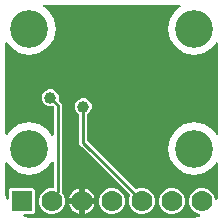
<source format=gbr>
G04 EAGLE Gerber RS-274X export*
G75*
%MOMM*%
%FSLAX34Y34*%
%LPD*%
%INBottom Copper*%
%IPPOS*%
%AMOC8*
5,1,8,0,0,1.08239X$1,22.5*%
G01*
%ADD10C,3.200000*%
%ADD11R,1.778000X1.778000*%
%ADD12C,1.778000*%
%ADD13C,1.008000*%
%ADD14C,0.254000*%
%ADD15C,0.914400*%

G36*
X148866Y-129283D02*
X148866Y-129283D01*
X148944Y-129281D01*
X151924Y-129047D01*
X151991Y-129033D01*
X152060Y-129029D01*
X152216Y-128989D01*
X153116Y-128696D01*
X153143Y-128684D01*
X153172Y-128677D01*
X153287Y-128616D01*
X153404Y-128561D01*
X153427Y-128542D01*
X153453Y-128528D01*
X153549Y-128441D01*
X153649Y-128358D01*
X153666Y-128334D01*
X153688Y-128314D01*
X153760Y-128206D01*
X153836Y-128101D01*
X153847Y-128073D01*
X153863Y-128048D01*
X153905Y-127925D01*
X153953Y-127805D01*
X153957Y-127776D01*
X153966Y-127748D01*
X153977Y-127618D01*
X153993Y-127490D01*
X153989Y-127460D01*
X153992Y-127431D01*
X153969Y-127303D01*
X153953Y-127174D01*
X153942Y-127147D01*
X153937Y-127117D01*
X153884Y-126999D01*
X153836Y-126879D01*
X153819Y-126854D01*
X153807Y-126827D01*
X153726Y-126726D01*
X153650Y-126621D01*
X153627Y-126602D01*
X153608Y-126579D01*
X153505Y-126501D01*
X153405Y-126418D01*
X153378Y-126405D01*
X153354Y-126388D01*
X153209Y-126317D01*
X149007Y-124576D01*
X145934Y-121503D01*
X144271Y-117489D01*
X144271Y-113143D01*
X145934Y-109129D01*
X149007Y-106056D01*
X153021Y-104393D01*
X157367Y-104393D01*
X161381Y-106056D01*
X164454Y-109129D01*
X166195Y-113331D01*
X166209Y-113357D01*
X166219Y-113386D01*
X166288Y-113495D01*
X166352Y-113608D01*
X166373Y-113629D01*
X166389Y-113654D01*
X166483Y-113743D01*
X166573Y-113836D01*
X166599Y-113852D01*
X166621Y-113872D01*
X166734Y-113935D01*
X166845Y-114002D01*
X166873Y-114011D01*
X166899Y-114025D01*
X167025Y-114058D01*
X167148Y-114096D01*
X167178Y-114097D01*
X167207Y-114105D01*
X167337Y-114105D01*
X167466Y-114111D01*
X167495Y-114105D01*
X167525Y-114105D01*
X167651Y-114073D01*
X167778Y-114047D01*
X167804Y-114034D01*
X167833Y-114026D01*
X167947Y-113964D01*
X168063Y-113907D01*
X168086Y-113888D01*
X168112Y-113873D01*
X168207Y-113785D01*
X168305Y-113701D01*
X168322Y-113676D01*
X168344Y-113656D01*
X168414Y-113547D01*
X168488Y-113441D01*
X168499Y-113413D01*
X168515Y-113387D01*
X168574Y-113238D01*
X168867Y-112338D01*
X168880Y-112271D01*
X168902Y-112205D01*
X168925Y-112046D01*
X169159Y-109066D01*
X169159Y-109061D01*
X169160Y-109058D01*
X169159Y-109039D01*
X169163Y-108966D01*
X169163Y-83775D01*
X169150Y-83671D01*
X169146Y-83567D01*
X169130Y-83514D01*
X169123Y-83459D01*
X169085Y-83362D01*
X169055Y-83262D01*
X169027Y-83215D01*
X169006Y-83163D01*
X168945Y-83079D01*
X168891Y-82989D01*
X168852Y-82951D01*
X168820Y-82906D01*
X168739Y-82839D01*
X168665Y-82766D01*
X168617Y-82738D01*
X168575Y-82703D01*
X168480Y-82659D01*
X168390Y-82606D01*
X168337Y-82591D01*
X168287Y-82568D01*
X168184Y-82548D01*
X168084Y-82520D01*
X168029Y-82518D01*
X167975Y-82508D01*
X167870Y-82514D01*
X167766Y-82512D01*
X167712Y-82524D01*
X167657Y-82528D01*
X167558Y-82560D01*
X167456Y-82583D01*
X167407Y-82609D01*
X167355Y-82626D01*
X167266Y-82682D01*
X167174Y-82730D01*
X167133Y-82766D01*
X167086Y-82796D01*
X167014Y-82872D01*
X166936Y-82942D01*
X166883Y-83012D01*
X166868Y-83027D01*
X166861Y-83041D01*
X166839Y-83069D01*
X164519Y-86541D01*
X157327Y-91346D01*
X148844Y-93034D01*
X140361Y-91346D01*
X133169Y-86541D01*
X128364Y-79349D01*
X126676Y-70866D01*
X128364Y-62383D01*
X133169Y-55191D01*
X140361Y-50386D01*
X148844Y-48698D01*
X157327Y-50386D01*
X164519Y-55191D01*
X166839Y-58663D01*
X166907Y-58741D01*
X166968Y-58826D01*
X167011Y-58861D01*
X167047Y-58903D01*
X167133Y-58962D01*
X167213Y-59029D01*
X167263Y-59052D01*
X167309Y-59084D01*
X167407Y-59120D01*
X167501Y-59164D01*
X167555Y-59175D01*
X167607Y-59194D01*
X167711Y-59204D01*
X167814Y-59224D01*
X167869Y-59221D01*
X167923Y-59226D01*
X168027Y-59211D01*
X168131Y-59204D01*
X168183Y-59187D01*
X168238Y-59179D01*
X168334Y-59138D01*
X168433Y-59106D01*
X168480Y-59077D01*
X168531Y-59055D01*
X168614Y-58992D01*
X168702Y-58936D01*
X168740Y-58896D01*
X168784Y-58863D01*
X168849Y-58781D01*
X168920Y-58705D01*
X168947Y-58656D01*
X168981Y-58613D01*
X169023Y-58517D01*
X169074Y-58426D01*
X169087Y-58373D01*
X169110Y-58322D01*
X169127Y-58219D01*
X169153Y-58118D01*
X169159Y-58030D01*
X169162Y-58009D01*
X169161Y-57994D01*
X169163Y-57957D01*
X169163Y17825D01*
X169150Y17929D01*
X169146Y18033D01*
X169130Y18086D01*
X169123Y18141D01*
X169085Y18238D01*
X169055Y18338D01*
X169027Y18385D01*
X169006Y18437D01*
X168945Y18521D01*
X168891Y18611D01*
X168852Y18649D01*
X168820Y18694D01*
X168739Y18761D01*
X168665Y18834D01*
X168617Y18862D01*
X168575Y18897D01*
X168480Y18941D01*
X168390Y18994D01*
X168337Y19009D01*
X168287Y19032D01*
X168184Y19052D01*
X168084Y19080D01*
X168029Y19082D01*
X167975Y19092D01*
X167870Y19086D01*
X167766Y19088D01*
X167712Y19076D01*
X167657Y19072D01*
X167558Y19040D01*
X167456Y19017D01*
X167407Y18991D01*
X167355Y18974D01*
X167266Y18918D01*
X167174Y18870D01*
X167133Y18834D01*
X167086Y18804D01*
X167014Y18728D01*
X166936Y18658D01*
X166883Y18588D01*
X166868Y18573D01*
X166861Y18559D01*
X166839Y18531D01*
X164519Y15059D01*
X157327Y10254D01*
X148844Y8566D01*
X140361Y10254D01*
X133169Y15059D01*
X128364Y22251D01*
X126676Y30734D01*
X128364Y39217D01*
X133169Y46409D01*
X136641Y48729D01*
X136719Y48797D01*
X136804Y48858D01*
X136839Y48901D01*
X136881Y48937D01*
X136940Y49023D01*
X137007Y49103D01*
X137030Y49153D01*
X137062Y49199D01*
X137098Y49297D01*
X137142Y49391D01*
X137153Y49445D01*
X137172Y49497D01*
X137182Y49601D01*
X137202Y49704D01*
X137199Y49759D01*
X137204Y49813D01*
X137189Y49917D01*
X137182Y50021D01*
X137165Y50073D01*
X137157Y50128D01*
X137116Y50224D01*
X137084Y50323D01*
X137055Y50370D01*
X137033Y50421D01*
X136970Y50504D01*
X136914Y50592D01*
X136874Y50630D01*
X136841Y50674D01*
X136758Y50739D01*
X136682Y50810D01*
X136634Y50837D01*
X136591Y50871D01*
X136495Y50913D01*
X136404Y50964D01*
X136351Y50977D01*
X136300Y51000D01*
X136197Y51017D01*
X136096Y51043D01*
X136008Y51049D01*
X135987Y51052D01*
X135972Y51051D01*
X135935Y51053D01*
X22053Y51053D01*
X21949Y51040D01*
X21845Y51036D01*
X21792Y51020D01*
X21737Y51013D01*
X21640Y50975D01*
X21540Y50945D01*
X21493Y50917D01*
X21441Y50896D01*
X21357Y50835D01*
X21267Y50781D01*
X21229Y50742D01*
X21184Y50710D01*
X21117Y50629D01*
X21044Y50555D01*
X21016Y50507D01*
X20981Y50465D01*
X20937Y50370D01*
X20884Y50280D01*
X20869Y50227D01*
X20846Y50177D01*
X20826Y50074D01*
X20798Y49974D01*
X20796Y49919D01*
X20786Y49865D01*
X20792Y49760D01*
X20790Y49656D01*
X20802Y49602D01*
X20806Y49547D01*
X20838Y49448D01*
X20861Y49346D01*
X20887Y49297D01*
X20904Y49245D01*
X20960Y49156D01*
X21008Y49064D01*
X21044Y49023D01*
X21074Y48976D01*
X21150Y48904D01*
X21220Y48826D01*
X21290Y48773D01*
X21305Y48758D01*
X21319Y48751D01*
X21347Y48729D01*
X24819Y46409D01*
X29624Y39217D01*
X31312Y30734D01*
X29624Y22251D01*
X24819Y15059D01*
X17627Y10254D01*
X9144Y8566D01*
X661Y10254D01*
X-6531Y15059D01*
X-8851Y18531D01*
X-8919Y18609D01*
X-8980Y18694D01*
X-9023Y18729D01*
X-9059Y18771D01*
X-9145Y18830D01*
X-9225Y18897D01*
X-9275Y18920D01*
X-9321Y18952D01*
X-9419Y18988D01*
X-9513Y19032D01*
X-9567Y19043D01*
X-9619Y19062D01*
X-9723Y19072D01*
X-9826Y19092D01*
X-9881Y19089D01*
X-9935Y19094D01*
X-10039Y19079D01*
X-10143Y19072D01*
X-10195Y19055D01*
X-10250Y19047D01*
X-10346Y19006D01*
X-10445Y18974D01*
X-10492Y18945D01*
X-10543Y18923D01*
X-10626Y18860D01*
X-10714Y18804D01*
X-10752Y18764D01*
X-10796Y18731D01*
X-10861Y18649D01*
X-10932Y18573D01*
X-10959Y18524D01*
X-10993Y18481D01*
X-11035Y18385D01*
X-11086Y18294D01*
X-11099Y18241D01*
X-11122Y18190D01*
X-11139Y18087D01*
X-11165Y17986D01*
X-11171Y17898D01*
X-11174Y17877D01*
X-11173Y17862D01*
X-11175Y17825D01*
X-11175Y-57957D01*
X-11162Y-58061D01*
X-11158Y-58165D01*
X-11142Y-58218D01*
X-11135Y-58273D01*
X-11097Y-58370D01*
X-11067Y-58470D01*
X-11039Y-58517D01*
X-11018Y-58569D01*
X-10957Y-58653D01*
X-10903Y-58743D01*
X-10864Y-58781D01*
X-10832Y-58826D01*
X-10751Y-58893D01*
X-10677Y-58966D01*
X-10629Y-58994D01*
X-10587Y-59029D01*
X-10492Y-59073D01*
X-10402Y-59126D01*
X-10349Y-59141D01*
X-10299Y-59164D01*
X-10196Y-59184D01*
X-10096Y-59212D01*
X-10041Y-59214D01*
X-9987Y-59224D01*
X-9882Y-59218D01*
X-9778Y-59220D01*
X-9724Y-59208D01*
X-9669Y-59204D01*
X-9570Y-59172D01*
X-9468Y-59149D01*
X-9419Y-59123D01*
X-9367Y-59106D01*
X-9278Y-59050D01*
X-9186Y-59002D01*
X-9145Y-58966D01*
X-9098Y-58936D01*
X-9026Y-58860D01*
X-8948Y-58790D01*
X-8895Y-58720D01*
X-8880Y-58705D01*
X-8873Y-58691D01*
X-8851Y-58663D01*
X-6531Y-55191D01*
X661Y-50386D01*
X9144Y-48698D01*
X17627Y-50386D01*
X24819Y-55191D01*
X27647Y-59423D01*
X27715Y-59502D01*
X27776Y-59586D01*
X27819Y-59621D01*
X27855Y-59663D01*
X27941Y-59722D01*
X28021Y-59789D01*
X28071Y-59813D01*
X28117Y-59844D01*
X28215Y-59880D01*
X28309Y-59925D01*
X28363Y-59935D01*
X28415Y-59954D01*
X28519Y-59965D01*
X28622Y-59984D01*
X28677Y-59981D01*
X28731Y-59987D01*
X28835Y-59971D01*
X28939Y-59965D01*
X28991Y-59948D01*
X29046Y-59939D01*
X29142Y-59899D01*
X29241Y-59867D01*
X29288Y-59837D01*
X29339Y-59816D01*
X29422Y-59752D01*
X29510Y-59696D01*
X29548Y-59656D01*
X29592Y-59623D01*
X29657Y-59541D01*
X29728Y-59465D01*
X29755Y-59417D01*
X29789Y-59373D01*
X29831Y-59278D01*
X29882Y-59186D01*
X29895Y-59133D01*
X29918Y-59083D01*
X29935Y-58979D01*
X29961Y-58878D01*
X29967Y-58790D01*
X29970Y-58769D01*
X29969Y-58754D01*
X29971Y-58718D01*
X29971Y-35979D01*
X29965Y-35929D01*
X29967Y-35880D01*
X29945Y-35772D01*
X29931Y-35663D01*
X29913Y-35617D01*
X29903Y-35568D01*
X29855Y-35470D01*
X29814Y-35368D01*
X29785Y-35327D01*
X29763Y-35283D01*
X29692Y-35199D01*
X29628Y-35110D01*
X29589Y-35078D01*
X29557Y-35041D01*
X29467Y-34977D01*
X29383Y-34907D01*
X29337Y-34886D01*
X29297Y-34858D01*
X29194Y-34819D01*
X29095Y-34772D01*
X29046Y-34763D01*
X28999Y-34745D01*
X28890Y-34733D01*
X28783Y-34712D01*
X28733Y-34715D01*
X28683Y-34710D01*
X28574Y-34725D01*
X28465Y-34732D01*
X28418Y-34747D01*
X28368Y-34754D01*
X28355Y-34759D01*
X25517Y-34759D01*
X22918Y-33682D01*
X20928Y-31692D01*
X19851Y-29093D01*
X19851Y-26279D01*
X20928Y-23680D01*
X22918Y-21690D01*
X25517Y-20613D01*
X28331Y-20613D01*
X30930Y-21690D01*
X32920Y-23680D01*
X33997Y-26279D01*
X33997Y-29121D01*
X33980Y-29194D01*
X33946Y-29320D01*
X33945Y-29349D01*
X33939Y-29378D01*
X33943Y-29508D01*
X33941Y-29638D01*
X33948Y-29666D01*
X33949Y-29696D01*
X33985Y-29820D01*
X34015Y-29947D01*
X34029Y-29973D01*
X34037Y-30001D01*
X34103Y-30113D01*
X34164Y-30228D01*
X34184Y-30250D01*
X34199Y-30275D01*
X34305Y-30396D01*
X36577Y-32668D01*
X36577Y-107726D01*
X36589Y-107824D01*
X36592Y-107923D01*
X36609Y-107981D01*
X36617Y-108041D01*
X36653Y-108133D01*
X36681Y-108229D01*
X36711Y-108281D01*
X36734Y-108337D01*
X36792Y-108417D01*
X36842Y-108503D01*
X36908Y-108578D01*
X36920Y-108595D01*
X36930Y-108602D01*
X36949Y-108623D01*
X37454Y-109129D01*
X39117Y-113143D01*
X39117Y-117489D01*
X37454Y-121503D01*
X34381Y-124576D01*
X30367Y-126239D01*
X26021Y-126239D01*
X22007Y-124576D01*
X18934Y-121503D01*
X17271Y-117489D01*
X17271Y-113143D01*
X18934Y-109129D01*
X22007Y-106056D01*
X26021Y-104393D01*
X28702Y-104393D01*
X28820Y-104378D01*
X28939Y-104371D01*
X28977Y-104358D01*
X29018Y-104353D01*
X29128Y-104310D01*
X29241Y-104273D01*
X29276Y-104251D01*
X29313Y-104236D01*
X29409Y-104167D01*
X29510Y-104103D01*
X29538Y-104073D01*
X29571Y-104050D01*
X29647Y-103958D01*
X29728Y-103871D01*
X29748Y-103836D01*
X29773Y-103805D01*
X29824Y-103697D01*
X29882Y-103593D01*
X29892Y-103553D01*
X29909Y-103517D01*
X29931Y-103400D01*
X29961Y-103285D01*
X29965Y-103225D01*
X29969Y-103205D01*
X29967Y-103184D01*
X29971Y-103124D01*
X29971Y-83014D01*
X29958Y-82911D01*
X29954Y-82806D01*
X29938Y-82753D01*
X29931Y-82699D01*
X29893Y-82602D01*
X29863Y-82502D01*
X29835Y-82454D01*
X29814Y-82403D01*
X29753Y-82319D01*
X29699Y-82229D01*
X29660Y-82190D01*
X29628Y-82146D01*
X29547Y-82079D01*
X29473Y-82006D01*
X29425Y-81978D01*
X29383Y-81943D01*
X29288Y-81898D01*
X29198Y-81846D01*
X29145Y-81831D01*
X29095Y-81807D01*
X28992Y-81788D01*
X28892Y-81759D01*
X28837Y-81758D01*
X28783Y-81748D01*
X28678Y-81754D01*
X28574Y-81752D01*
X28520Y-81764D01*
X28465Y-81767D01*
X28366Y-81800D01*
X28264Y-81823D01*
X28215Y-81848D01*
X28163Y-81865D01*
X28074Y-81921D01*
X27982Y-81969D01*
X27941Y-82006D01*
X27894Y-82036D01*
X27822Y-82112D01*
X27744Y-82181D01*
X27691Y-82251D01*
X27676Y-82267D01*
X27669Y-82280D01*
X27647Y-82309D01*
X24819Y-86541D01*
X17627Y-91346D01*
X9144Y-93034D01*
X661Y-91346D01*
X-6531Y-86541D01*
X-8851Y-83069D01*
X-8919Y-82991D01*
X-8980Y-82906D01*
X-9023Y-82871D01*
X-9059Y-82829D01*
X-9145Y-82770D01*
X-9225Y-82703D01*
X-9275Y-82680D01*
X-9321Y-82648D01*
X-9419Y-82612D01*
X-9513Y-82568D01*
X-9567Y-82557D01*
X-9619Y-82538D01*
X-9723Y-82528D01*
X-9826Y-82508D01*
X-9881Y-82511D01*
X-9935Y-82506D01*
X-10039Y-82521D01*
X-10143Y-82528D01*
X-10195Y-82545D01*
X-10250Y-82553D01*
X-10346Y-82594D01*
X-10445Y-82626D01*
X-10492Y-82655D01*
X-10543Y-82677D01*
X-10626Y-82740D01*
X-10714Y-82796D01*
X-10752Y-82836D01*
X-10796Y-82869D01*
X-10861Y-82951D01*
X-10932Y-83027D01*
X-10959Y-83076D01*
X-10993Y-83119D01*
X-11035Y-83215D01*
X-11086Y-83306D01*
X-11099Y-83359D01*
X-11122Y-83410D01*
X-11139Y-83513D01*
X-11165Y-83614D01*
X-11171Y-83702D01*
X-11174Y-83723D01*
X-11173Y-83738D01*
X-11175Y-83775D01*
X-11175Y-108966D01*
X-11173Y-108988D01*
X-11171Y-109066D01*
X-10937Y-112046D01*
X-10923Y-112113D01*
X-10919Y-112182D01*
X-10879Y-112338D01*
X-10605Y-113180D01*
X-10571Y-113252D01*
X-10548Y-113324D01*
X-10527Y-113358D01*
X-10510Y-113399D01*
X-10487Y-113432D01*
X-10470Y-113468D01*
X-10415Y-113534D01*
X-10378Y-113593D01*
X-10352Y-113617D01*
X-10324Y-113656D01*
X-10293Y-113682D01*
X-10267Y-113713D01*
X-10193Y-113766D01*
X-10146Y-113811D01*
X-10118Y-113826D01*
X-10079Y-113859D01*
X-10042Y-113876D01*
X-10010Y-113900D01*
X-9921Y-113935D01*
X-9868Y-113965D01*
X-9840Y-113972D01*
X-9791Y-113995D01*
X-9752Y-114002D01*
X-9714Y-114017D01*
X-9615Y-114030D01*
X-9560Y-114044D01*
X-9521Y-114047D01*
X-9478Y-114055D01*
X-9439Y-114052D01*
X-9399Y-114057D01*
X-9280Y-114042D01*
X-9161Y-114035D01*
X-9123Y-114023D01*
X-9083Y-114018D01*
X-8972Y-113974D01*
X-8859Y-113937D01*
X-8825Y-113915D01*
X-8787Y-113901D01*
X-8691Y-113831D01*
X-8590Y-113767D01*
X-8562Y-113737D01*
X-8530Y-113714D01*
X-8454Y-113622D01*
X-8372Y-113535D01*
X-8353Y-113500D01*
X-8327Y-113469D01*
X-8276Y-113361D01*
X-8218Y-113257D01*
X-8208Y-113218D01*
X-8191Y-113181D01*
X-8169Y-113064D01*
X-8139Y-112949D01*
X-8135Y-112889D01*
X-8131Y-112869D01*
X-8131Y-112867D01*
X-8131Y-112866D01*
X-8132Y-112847D01*
X-8129Y-112788D01*
X-8129Y-105584D01*
X-6938Y-104393D01*
X12526Y-104393D01*
X13717Y-105584D01*
X13717Y-125048D01*
X12526Y-126239D01*
X5322Y-126239D01*
X5204Y-126254D01*
X5085Y-126261D01*
X5046Y-126274D01*
X5007Y-126279D01*
X4896Y-126322D01*
X4782Y-126359D01*
X4748Y-126381D01*
X4711Y-126396D01*
X4615Y-126466D01*
X4513Y-126530D01*
X4486Y-126559D01*
X4454Y-126582D01*
X4377Y-126674D01*
X4296Y-126761D01*
X4276Y-126797D01*
X4251Y-126827D01*
X4200Y-126935D01*
X4142Y-127040D01*
X4132Y-127079D01*
X4115Y-127115D01*
X4093Y-127232D01*
X4063Y-127348D01*
X4063Y-127388D01*
X4055Y-127427D01*
X4063Y-127547D01*
X4063Y-127666D01*
X4073Y-127705D01*
X4075Y-127745D01*
X4112Y-127858D01*
X4142Y-127974D01*
X4161Y-128009D01*
X4173Y-128047D01*
X4237Y-128148D01*
X4294Y-128253D01*
X4322Y-128282D01*
X4343Y-128316D01*
X4430Y-128398D01*
X4512Y-128485D01*
X4546Y-128507D01*
X4575Y-128534D01*
X4680Y-128592D01*
X4780Y-128656D01*
X4836Y-128678D01*
X4853Y-128688D01*
X4873Y-128693D01*
X4930Y-128715D01*
X5772Y-128989D01*
X5840Y-129002D01*
X5905Y-129024D01*
X6064Y-129047D01*
X9044Y-129281D01*
X9066Y-129280D01*
X9144Y-129285D01*
X148844Y-129285D01*
X148866Y-129283D01*
G37*
%LPC*%
G36*
X102221Y-126239D02*
X102221Y-126239D01*
X98207Y-124576D01*
X95134Y-121503D01*
X93471Y-117489D01*
X93471Y-113143D01*
X94342Y-111042D01*
X94349Y-111014D01*
X94363Y-110988D01*
X94391Y-110861D01*
X94425Y-110736D01*
X94426Y-110706D01*
X94432Y-110677D01*
X94428Y-110548D01*
X94431Y-110418D01*
X94424Y-110389D01*
X94423Y-110359D01*
X94387Y-110235D01*
X94356Y-110108D01*
X94343Y-110082D01*
X94334Y-110054D01*
X94268Y-109942D01*
X94208Y-109827D01*
X94188Y-109805D01*
X94173Y-109780D01*
X94066Y-109659D01*
X53868Y-69460D01*
X51561Y-67154D01*
X51561Y-42442D01*
X51558Y-42412D01*
X51560Y-42383D01*
X51538Y-42255D01*
X51521Y-42126D01*
X51511Y-42099D01*
X51506Y-42069D01*
X51452Y-41951D01*
X51404Y-41830D01*
X51387Y-41806D01*
X51375Y-41779D01*
X51294Y-41678D01*
X51218Y-41573D01*
X51195Y-41554D01*
X51176Y-41531D01*
X51073Y-41453D01*
X50973Y-41370D01*
X50946Y-41358D01*
X50922Y-41340D01*
X50870Y-41314D01*
X48868Y-39312D01*
X47791Y-36713D01*
X47791Y-33899D01*
X48868Y-31300D01*
X50858Y-29310D01*
X53457Y-28233D01*
X56271Y-28233D01*
X58870Y-29310D01*
X60860Y-31300D01*
X61937Y-33899D01*
X61937Y-36713D01*
X60860Y-39312D01*
X58851Y-41322D01*
X58787Y-41362D01*
X58674Y-41426D01*
X58653Y-41447D01*
X58628Y-41463D01*
X58539Y-41558D01*
X58446Y-41648D01*
X58430Y-41673D01*
X58410Y-41694D01*
X58347Y-41808D01*
X58279Y-41919D01*
X58271Y-41947D01*
X58256Y-41973D01*
X58224Y-42099D01*
X58186Y-42223D01*
X58184Y-42252D01*
X58177Y-42281D01*
X58167Y-42442D01*
X58167Y-63892D01*
X58179Y-63990D01*
X58182Y-64089D01*
X58199Y-64148D01*
X58207Y-64208D01*
X58243Y-64300D01*
X58271Y-64395D01*
X58301Y-64447D01*
X58324Y-64503D01*
X58382Y-64583D01*
X58432Y-64669D01*
X58498Y-64744D01*
X58510Y-64761D01*
X58520Y-64769D01*
X58538Y-64790D01*
X98737Y-104988D01*
X98761Y-105007D01*
X98780Y-105029D01*
X98886Y-105104D01*
X98988Y-105183D01*
X99016Y-105195D01*
X99040Y-105212D01*
X99161Y-105258D01*
X99280Y-105310D01*
X99309Y-105314D01*
X99337Y-105325D01*
X99466Y-105339D01*
X99594Y-105360D01*
X99624Y-105357D01*
X99653Y-105360D01*
X99782Y-105342D01*
X99911Y-105330D01*
X99939Y-105320D01*
X99968Y-105316D01*
X100120Y-105264D01*
X102221Y-104393D01*
X106567Y-104393D01*
X110581Y-106056D01*
X113654Y-109129D01*
X115317Y-113143D01*
X115317Y-117489D01*
X113654Y-121503D01*
X110581Y-124576D01*
X106567Y-126239D01*
X102221Y-126239D01*
G37*
%LPD*%
%LPC*%
G36*
X127621Y-126239D02*
X127621Y-126239D01*
X123607Y-124576D01*
X120534Y-121503D01*
X118871Y-117489D01*
X118871Y-113143D01*
X120534Y-109129D01*
X123607Y-106056D01*
X127621Y-104393D01*
X131967Y-104393D01*
X135981Y-106056D01*
X139054Y-109129D01*
X140717Y-113143D01*
X140717Y-117489D01*
X139054Y-121503D01*
X135981Y-124576D01*
X131967Y-126239D01*
X127621Y-126239D01*
G37*
%LPD*%
%LPC*%
G36*
X76821Y-126239D02*
X76821Y-126239D01*
X72807Y-124576D01*
X69734Y-121503D01*
X68071Y-117489D01*
X68071Y-113143D01*
X69734Y-109129D01*
X72807Y-106056D01*
X76821Y-104393D01*
X81167Y-104393D01*
X85181Y-106056D01*
X88254Y-109129D01*
X89917Y-113143D01*
X89917Y-117489D01*
X88254Y-121503D01*
X85181Y-124576D01*
X81167Y-126239D01*
X76821Y-126239D01*
G37*
%LPD*%
%LPC*%
G36*
X56093Y-117815D02*
X56093Y-117815D01*
X64257Y-117815D01*
X64248Y-117874D01*
X63717Y-119509D01*
X62936Y-121041D01*
X61925Y-122432D01*
X60710Y-123647D01*
X59319Y-124658D01*
X57787Y-125439D01*
X56152Y-125970D01*
X56093Y-125979D01*
X56093Y-117815D01*
G37*
%LPD*%
%LPC*%
G36*
X56093Y-112817D02*
X56093Y-112817D01*
X56093Y-104653D01*
X56152Y-104662D01*
X57787Y-105193D01*
X59319Y-105974D01*
X60710Y-106985D01*
X61925Y-108200D01*
X62936Y-109591D01*
X63717Y-111123D01*
X64248Y-112758D01*
X64257Y-112817D01*
X56093Y-112817D01*
G37*
%LPD*%
%LPC*%
G36*
X51036Y-125970D02*
X51036Y-125970D01*
X49401Y-125439D01*
X47869Y-124658D01*
X46478Y-123647D01*
X45263Y-122432D01*
X44252Y-121041D01*
X43471Y-119509D01*
X42940Y-117874D01*
X42931Y-117815D01*
X51095Y-117815D01*
X51095Y-125979D01*
X51036Y-125970D01*
G37*
%LPD*%
%LPC*%
G36*
X42931Y-112817D02*
X42931Y-112817D01*
X42940Y-112758D01*
X43471Y-111123D01*
X44252Y-109591D01*
X45263Y-108200D01*
X46478Y-106985D01*
X47869Y-105974D01*
X49401Y-105193D01*
X51036Y-104662D01*
X51095Y-104653D01*
X51095Y-112817D01*
X42931Y-112817D01*
G37*
%LPD*%
D10*
X148844Y30734D03*
X9144Y30734D03*
X9144Y-70866D03*
X148844Y-70866D03*
D11*
X2794Y-115316D03*
D12*
X28194Y-115316D03*
X53594Y-115316D03*
X78994Y-115316D03*
X104394Y-115316D03*
X129794Y-115316D03*
X155194Y-115316D03*
D13*
X26924Y-27686D03*
D14*
X33274Y-34036D01*
X33274Y-107696D01*
X28194Y-112776D01*
X28194Y-115316D01*
D15*
X90424Y-75946D03*
X23114Y-48006D03*
X42164Y-40386D03*
D13*
X54864Y-35306D03*
D14*
X54864Y-65786D02*
X104394Y-115316D01*
X54864Y-65786D02*
X54864Y-35306D01*
M02*

</source>
